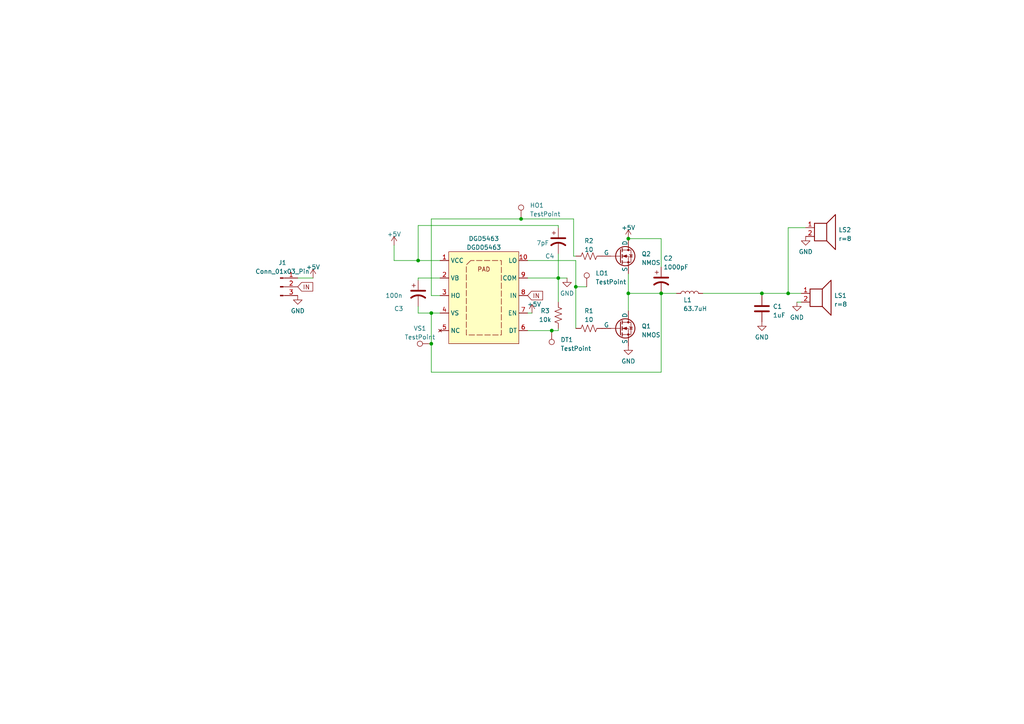
<source format=kicad_sch>
(kicad_sch
	(version 20231120)
	(generator "eeschema")
	(generator_version "8.0")
	(uuid "3eadd010-2f06-4749-802f-a83859f7a63e")
	(paper "A4")
	(lib_symbols
		(symbol "Connector:Conn_01x03_Pin"
			(pin_names
				(offset 1.016) hide)
			(exclude_from_sim no)
			(in_bom yes)
			(on_board yes)
			(property "Reference" "J"
				(at 0 5.08 0)
				(effects
					(font
						(size 1.27 1.27)
					)
				)
			)
			(property "Value" "Conn_01x03_Pin"
				(at 0 -5.08 0)
				(effects
					(font
						(size 1.27 1.27)
					)
				)
			)
			(property "Footprint" ""
				(at 0 0 0)
				(effects
					(font
						(size 1.27 1.27)
					)
					(hide yes)
				)
			)
			(property "Datasheet" "~"
				(at 0 0 0)
				(effects
					(font
						(size 1.27 1.27)
					)
					(hide yes)
				)
			)
			(property "Description" "Generic connector, single row, 01x03, script generated"
				(at 0 0 0)
				(effects
					(font
						(size 1.27 1.27)
					)
					(hide yes)
				)
			)
			(property "ki_locked" ""
				(at 0 0 0)
				(effects
					(font
						(size 1.27 1.27)
					)
				)
			)
			(property "ki_keywords" "connector"
				(at 0 0 0)
				(effects
					(font
						(size 1.27 1.27)
					)
					(hide yes)
				)
			)
			(property "ki_fp_filters" "Connector*:*_1x??_*"
				(at 0 0 0)
				(effects
					(font
						(size 1.27 1.27)
					)
					(hide yes)
				)
			)
			(symbol "Conn_01x03_Pin_1_1"
				(polyline
					(pts
						(xy 1.27 -2.54) (xy 0.8636 -2.54)
					)
					(stroke
						(width 0.1524)
						(type default)
					)
					(fill
						(type none)
					)
				)
				(polyline
					(pts
						(xy 1.27 0) (xy 0.8636 0)
					)
					(stroke
						(width 0.1524)
						(type default)
					)
					(fill
						(type none)
					)
				)
				(polyline
					(pts
						(xy 1.27 2.54) (xy 0.8636 2.54)
					)
					(stroke
						(width 0.1524)
						(type default)
					)
					(fill
						(type none)
					)
				)
				(rectangle
					(start 0.8636 -2.413)
					(end 0 -2.667)
					(stroke
						(width 0.1524)
						(type default)
					)
					(fill
						(type outline)
					)
				)
				(rectangle
					(start 0.8636 0.127)
					(end 0 -0.127)
					(stroke
						(width 0.1524)
						(type default)
					)
					(fill
						(type outline)
					)
				)
				(rectangle
					(start 0.8636 2.667)
					(end 0 2.413)
					(stroke
						(width 0.1524)
						(type default)
					)
					(fill
						(type outline)
					)
				)
				(pin passive line
					(at 5.08 2.54 180)
					(length 3.81)
					(name "Pin_1"
						(effects
							(font
								(size 1.27 1.27)
							)
						)
					)
					(number "1"
						(effects
							(font
								(size 1.27 1.27)
							)
						)
					)
				)
				(pin passive line
					(at 5.08 0 180)
					(length 3.81)
					(name "Pin_2"
						(effects
							(font
								(size 1.27 1.27)
							)
						)
					)
					(number "2"
						(effects
							(font
								(size 1.27 1.27)
							)
						)
					)
				)
				(pin passive line
					(at 5.08 -2.54 180)
					(length 3.81)
					(name "Pin_3"
						(effects
							(font
								(size 1.27 1.27)
							)
						)
					)
					(number "3"
						(effects
							(font
								(size 1.27 1.27)
							)
						)
					)
				)
			)
		)
		(symbol "Connector:TestPoint"
			(pin_numbers hide)
			(pin_names
				(offset 0.762) hide)
			(exclude_from_sim no)
			(in_bom yes)
			(on_board yes)
			(property "Reference" "TP"
				(at 0 6.858 0)
				(effects
					(font
						(size 1.27 1.27)
					)
				)
			)
			(property "Value" "TestPoint"
				(at 0 5.08 0)
				(effects
					(font
						(size 1.27 1.27)
					)
				)
			)
			(property "Footprint" ""
				(at 5.08 0 0)
				(effects
					(font
						(size 1.27 1.27)
					)
					(hide yes)
				)
			)
			(property "Datasheet" "~"
				(at 5.08 0 0)
				(effects
					(font
						(size 1.27 1.27)
					)
					(hide yes)
				)
			)
			(property "Description" "test point"
				(at 0 0 0)
				(effects
					(font
						(size 1.27 1.27)
					)
					(hide yes)
				)
			)
			(property "ki_keywords" "test point tp"
				(at 0 0 0)
				(effects
					(font
						(size 1.27 1.27)
					)
					(hide yes)
				)
			)
			(property "ki_fp_filters" "Pin* Test*"
				(at 0 0 0)
				(effects
					(font
						(size 1.27 1.27)
					)
					(hide yes)
				)
			)
			(symbol "TestPoint_0_1"
				(circle
					(center 0 3.302)
					(radius 0.762)
					(stroke
						(width 0)
						(type default)
					)
					(fill
						(type none)
					)
				)
			)
			(symbol "TestPoint_1_1"
				(pin passive line
					(at 0 0 90)
					(length 2.54)
					(name "1"
						(effects
							(font
								(size 1.27 1.27)
							)
						)
					)
					(number "1"
						(effects
							(font
								(size 1.27 1.27)
							)
						)
					)
				)
			)
		)
		(symbol "Device:C"
			(pin_numbers hide)
			(pin_names
				(offset 0.254)
			)
			(exclude_from_sim no)
			(in_bom yes)
			(on_board yes)
			(property "Reference" "C"
				(at 0.635 2.54 0)
				(effects
					(font
						(size 1.27 1.27)
					)
					(justify left)
				)
			)
			(property "Value" "C"
				(at 0.635 -2.54 0)
				(effects
					(font
						(size 1.27 1.27)
					)
					(justify left)
				)
			)
			(property "Footprint" ""
				(at 0.9652 -3.81 0)
				(effects
					(font
						(size 1.27 1.27)
					)
					(hide yes)
				)
			)
			(property "Datasheet" "~"
				(at 0 0 0)
				(effects
					(font
						(size 1.27 1.27)
					)
					(hide yes)
				)
			)
			(property "Description" "Unpolarized capacitor"
				(at 0 0 0)
				(effects
					(font
						(size 1.27 1.27)
					)
					(hide yes)
				)
			)
			(property "ki_keywords" "cap capacitor"
				(at 0 0 0)
				(effects
					(font
						(size 1.27 1.27)
					)
					(hide yes)
				)
			)
			(property "ki_fp_filters" "C_*"
				(at 0 0 0)
				(effects
					(font
						(size 1.27 1.27)
					)
					(hide yes)
				)
			)
			(symbol "C_0_1"
				(polyline
					(pts
						(xy -2.032 -0.762) (xy 2.032 -0.762)
					)
					(stroke
						(width 0.508)
						(type default)
					)
					(fill
						(type none)
					)
				)
				(polyline
					(pts
						(xy -2.032 0.762) (xy 2.032 0.762)
					)
					(stroke
						(width 0.508)
						(type default)
					)
					(fill
						(type none)
					)
				)
			)
			(symbol "C_1_1"
				(pin passive line
					(at 0 3.81 270)
					(length 2.794)
					(name "~"
						(effects
							(font
								(size 1.27 1.27)
							)
						)
					)
					(number "1"
						(effects
							(font
								(size 1.27 1.27)
							)
						)
					)
				)
				(pin passive line
					(at 0 -3.81 90)
					(length 2.794)
					(name "~"
						(effects
							(font
								(size 1.27 1.27)
							)
						)
					)
					(number "2"
						(effects
							(font
								(size 1.27 1.27)
							)
						)
					)
				)
			)
		)
		(symbol "Device:C_Polarized_US"
			(pin_numbers hide)
			(pin_names
				(offset 0.254) hide)
			(exclude_from_sim no)
			(in_bom yes)
			(on_board yes)
			(property "Reference" "C"
				(at 0.635 2.54 0)
				(effects
					(font
						(size 1.27 1.27)
					)
					(justify left)
				)
			)
			(property "Value" "C_Polarized_US"
				(at 0.635 -2.54 0)
				(effects
					(font
						(size 1.27 1.27)
					)
					(justify left)
				)
			)
			(property "Footprint" ""
				(at 0 0 0)
				(effects
					(font
						(size 1.27 1.27)
					)
					(hide yes)
				)
			)
			(property "Datasheet" "~"
				(at 0 0 0)
				(effects
					(font
						(size 1.27 1.27)
					)
					(hide yes)
				)
			)
			(property "Description" "Polarized capacitor, US symbol"
				(at 0 0 0)
				(effects
					(font
						(size 1.27 1.27)
					)
					(hide yes)
				)
			)
			(property "ki_keywords" "cap capacitor"
				(at 0 0 0)
				(effects
					(font
						(size 1.27 1.27)
					)
					(hide yes)
				)
			)
			(property "ki_fp_filters" "CP_*"
				(at 0 0 0)
				(effects
					(font
						(size 1.27 1.27)
					)
					(hide yes)
				)
			)
			(symbol "C_Polarized_US_0_1"
				(polyline
					(pts
						(xy -2.032 0.762) (xy 2.032 0.762)
					)
					(stroke
						(width 0.508)
						(type default)
					)
					(fill
						(type none)
					)
				)
				(polyline
					(pts
						(xy -1.778 2.286) (xy -0.762 2.286)
					)
					(stroke
						(width 0)
						(type default)
					)
					(fill
						(type none)
					)
				)
				(polyline
					(pts
						(xy -1.27 1.778) (xy -1.27 2.794)
					)
					(stroke
						(width 0)
						(type default)
					)
					(fill
						(type none)
					)
				)
				(arc
					(start 2.032 -1.27)
					(mid 0 -0.5572)
					(end -2.032 -1.27)
					(stroke
						(width 0.508)
						(type default)
					)
					(fill
						(type none)
					)
				)
			)
			(symbol "C_Polarized_US_1_1"
				(pin passive line
					(at 0 3.81 270)
					(length 2.794)
					(name "~"
						(effects
							(font
								(size 1.27 1.27)
							)
						)
					)
					(number "1"
						(effects
							(font
								(size 1.27 1.27)
							)
						)
					)
				)
				(pin passive line
					(at 0 -3.81 90)
					(length 3.302)
					(name "~"
						(effects
							(font
								(size 1.27 1.27)
							)
						)
					)
					(number "2"
						(effects
							(font
								(size 1.27 1.27)
							)
						)
					)
				)
			)
		)
		(symbol "Device:L"
			(pin_numbers hide)
			(pin_names
				(offset 1.016) hide)
			(exclude_from_sim no)
			(in_bom yes)
			(on_board yes)
			(property "Reference" "L"
				(at -1.27 0 90)
				(effects
					(font
						(size 1.27 1.27)
					)
				)
			)
			(property "Value" "L"
				(at 1.905 0 90)
				(effects
					(font
						(size 1.27 1.27)
					)
				)
			)
			(property "Footprint" ""
				(at 0 0 0)
				(effects
					(font
						(size 1.27 1.27)
					)
					(hide yes)
				)
			)
			(property "Datasheet" "~"
				(at 0 0 0)
				(effects
					(font
						(size 1.27 1.27)
					)
					(hide yes)
				)
			)
			(property "Description" "Inductor"
				(at 0 0 0)
				(effects
					(font
						(size 1.27 1.27)
					)
					(hide yes)
				)
			)
			(property "ki_keywords" "inductor choke coil reactor magnetic"
				(at 0 0 0)
				(effects
					(font
						(size 1.27 1.27)
					)
					(hide yes)
				)
			)
			(property "ki_fp_filters" "Choke_* *Coil* Inductor_* L_*"
				(at 0 0 0)
				(effects
					(font
						(size 1.27 1.27)
					)
					(hide yes)
				)
			)
			(symbol "L_0_1"
				(arc
					(start 0 -2.54)
					(mid 0.6323 -1.905)
					(end 0 -1.27)
					(stroke
						(width 0)
						(type default)
					)
					(fill
						(type none)
					)
				)
				(arc
					(start 0 -1.27)
					(mid 0.6323 -0.635)
					(end 0 0)
					(stroke
						(width 0)
						(type default)
					)
					(fill
						(type none)
					)
				)
				(arc
					(start 0 0)
					(mid 0.6323 0.635)
					(end 0 1.27)
					(stroke
						(width 0)
						(type default)
					)
					(fill
						(type none)
					)
				)
				(arc
					(start 0 1.27)
					(mid 0.6323 1.905)
					(end 0 2.54)
					(stroke
						(width 0)
						(type default)
					)
					(fill
						(type none)
					)
				)
			)
			(symbol "L_1_1"
				(pin passive line
					(at 0 3.81 270)
					(length 1.27)
					(name "1"
						(effects
							(font
								(size 1.27 1.27)
							)
						)
					)
					(number "1"
						(effects
							(font
								(size 1.27 1.27)
							)
						)
					)
				)
				(pin passive line
					(at 0 -3.81 90)
					(length 1.27)
					(name "2"
						(effects
							(font
								(size 1.27 1.27)
							)
						)
					)
					(number "2"
						(effects
							(font
								(size 1.27 1.27)
							)
						)
					)
				)
			)
		)
		(symbol "Device:R_US"
			(pin_numbers hide)
			(pin_names
				(offset 0)
			)
			(exclude_from_sim no)
			(in_bom yes)
			(on_board yes)
			(property "Reference" "R"
				(at 2.54 0 90)
				(effects
					(font
						(size 1.27 1.27)
					)
				)
			)
			(property "Value" "R_US"
				(at -2.54 0 90)
				(effects
					(font
						(size 1.27 1.27)
					)
				)
			)
			(property "Footprint" ""
				(at 1.016 -0.254 90)
				(effects
					(font
						(size 1.27 1.27)
					)
					(hide yes)
				)
			)
			(property "Datasheet" "~"
				(at 0 0 0)
				(effects
					(font
						(size 1.27 1.27)
					)
					(hide yes)
				)
			)
			(property "Description" "Resistor, US symbol"
				(at 0 0 0)
				(effects
					(font
						(size 1.27 1.27)
					)
					(hide yes)
				)
			)
			(property "ki_keywords" "R res resistor"
				(at 0 0 0)
				(effects
					(font
						(size 1.27 1.27)
					)
					(hide yes)
				)
			)
			(property "ki_fp_filters" "R_*"
				(at 0 0 0)
				(effects
					(font
						(size 1.27 1.27)
					)
					(hide yes)
				)
			)
			(symbol "R_US_0_1"
				(polyline
					(pts
						(xy 0 -2.286) (xy 0 -2.54)
					)
					(stroke
						(width 0)
						(type default)
					)
					(fill
						(type none)
					)
				)
				(polyline
					(pts
						(xy 0 2.286) (xy 0 2.54)
					)
					(stroke
						(width 0)
						(type default)
					)
					(fill
						(type none)
					)
				)
				(polyline
					(pts
						(xy 0 -0.762) (xy 1.016 -1.143) (xy 0 -1.524) (xy -1.016 -1.905) (xy 0 -2.286)
					)
					(stroke
						(width 0)
						(type default)
					)
					(fill
						(type none)
					)
				)
				(polyline
					(pts
						(xy 0 0.762) (xy 1.016 0.381) (xy 0 0) (xy -1.016 -0.381) (xy 0 -0.762)
					)
					(stroke
						(width 0)
						(type default)
					)
					(fill
						(type none)
					)
				)
				(polyline
					(pts
						(xy 0 2.286) (xy 1.016 1.905) (xy 0 1.524) (xy -1.016 1.143) (xy 0 0.762)
					)
					(stroke
						(width 0)
						(type default)
					)
					(fill
						(type none)
					)
				)
			)
			(symbol "R_US_1_1"
				(pin passive line
					(at 0 3.81 270)
					(length 1.27)
					(name "~"
						(effects
							(font
								(size 1.27 1.27)
							)
						)
					)
					(number "1"
						(effects
							(font
								(size 1.27 1.27)
							)
						)
					)
				)
				(pin passive line
					(at 0 -3.81 90)
					(length 1.27)
					(name "~"
						(effects
							(font
								(size 1.27 1.27)
							)
						)
					)
					(number "2"
						(effects
							(font
								(size 1.27 1.27)
							)
						)
					)
				)
			)
		)
		(symbol "Device:Speaker"
			(pin_names
				(offset 0) hide)
			(exclude_from_sim no)
			(in_bom yes)
			(on_board yes)
			(property "Reference" "LS"
				(at 1.27 5.715 0)
				(effects
					(font
						(size 1.27 1.27)
					)
					(justify right)
				)
			)
			(property "Value" "Speaker"
				(at 1.27 3.81 0)
				(effects
					(font
						(size 1.27 1.27)
					)
					(justify right)
				)
			)
			(property "Footprint" ""
				(at 0 -5.08 0)
				(effects
					(font
						(size 1.27 1.27)
					)
					(hide yes)
				)
			)
			(property "Datasheet" "~"
				(at -0.254 -1.27 0)
				(effects
					(font
						(size 1.27 1.27)
					)
					(hide yes)
				)
			)
			(property "Description" "Speaker"
				(at 0 0 0)
				(effects
					(font
						(size 1.27 1.27)
					)
					(hide yes)
				)
			)
			(property "ki_keywords" "speaker sound"
				(at 0 0 0)
				(effects
					(font
						(size 1.27 1.27)
					)
					(hide yes)
				)
			)
			(symbol "Speaker_0_0"
				(rectangle
					(start -2.54 1.27)
					(end 1.016 -3.81)
					(stroke
						(width 0.254)
						(type default)
					)
					(fill
						(type none)
					)
				)
				(polyline
					(pts
						(xy 1.016 1.27) (xy 3.556 3.81) (xy 3.556 -6.35) (xy 1.016 -3.81)
					)
					(stroke
						(width 0.254)
						(type default)
					)
					(fill
						(type none)
					)
				)
			)
			(symbol "Speaker_1_1"
				(pin input line
					(at -5.08 0 0)
					(length 2.54)
					(name "1"
						(effects
							(font
								(size 1.27 1.27)
							)
						)
					)
					(number "1"
						(effects
							(font
								(size 1.27 1.27)
							)
						)
					)
				)
				(pin input line
					(at -5.08 -2.54 0)
					(length 2.54)
					(name "2"
						(effects
							(font
								(size 1.27 1.27)
							)
						)
					)
					(number "2"
						(effects
							(font
								(size 1.27 1.27)
							)
						)
					)
				)
			)
		)
		(symbol "Driver_FET:DGD05463"
			(exclude_from_sim no)
			(in_bom yes)
			(on_board yes)
			(property "Reference" "DGD05463"
				(at 0 17.78 0)
				(effects
					(font
						(size 1.27 1.27)
					)
				)
			)
			(property "Value" "DGD05463"
				(at 0 15.24 0)
				(effects
					(font
						(size 1.27 1.27)
					)
				)
			)
			(property "Footprint" ""
				(at 0 0 0)
				(effects
					(font
						(size 1.27 1.27)
					)
					(hide yes)
				)
			)
			(property "Datasheet" ""
				(at 0 0 0)
				(effects
					(font
						(size 1.27 1.27)
					)
					(hide yes)
				)
			)
			(property "Description" ""
				(at 0 0 0)
				(effects
					(font
						(size 1.27 1.27)
					)
					(hide yes)
				)
			)
			(symbol "DGD05463_0_1"
				(rectangle
					(start -10.16 13.97)
					(end 10.16 -12.7)
					(stroke
						(width 0)
						(type default)
					)
					(fill
						(type background)
					)
				)
				(polyline
					(pts
						(xy -3.81 11.43) (xy -5.08 10.16) (xy -5.08 -10.16) (xy 5.08 -10.16) (xy 5.08 11.43) (xy -3.81 11.43)
					)
					(stroke
						(width 0)
						(type dash)
					)
					(fill
						(type none)
					)
				)
				(text "PAD"
					(at 0 8.89 0)
					(effects
						(font
							(size 1.27 1.27)
						)
					)
				)
			)
			(symbol "DGD05463_1_1"
				(pin input line
					(at -12.7 11.43 0)
					(length 2.54)
					(name "VCC"
						(effects
							(font
								(size 1.27 1.27)
							)
						)
					)
					(number "1"
						(effects
							(font
								(size 1.27 1.27)
							)
						)
					)
				)
				(pin input line
					(at 12.7 11.43 180)
					(length 2.54)
					(name "LO"
						(effects
							(font
								(size 1.27 1.27)
							)
						)
					)
					(number "10"
						(effects
							(font
								(size 1.27 1.27)
							)
						)
					)
				)
				(pin input line
					(at -12.7 6.35 0)
					(length 2.54)
					(name "VB"
						(effects
							(font
								(size 1.27 1.27)
							)
						)
					)
					(number "2"
						(effects
							(font
								(size 1.27 1.27)
							)
						)
					)
				)
				(pin input line
					(at -12.7 1.27 0)
					(length 2.54)
					(name "HO"
						(effects
							(font
								(size 1.27 1.27)
							)
						)
					)
					(number "3"
						(effects
							(font
								(size 1.27 1.27)
							)
						)
					)
				)
				(pin input line
					(at -12.7 -3.81 0)
					(length 2.54)
					(name "VS"
						(effects
							(font
								(size 1.27 1.27)
							)
						)
					)
					(number "4"
						(effects
							(font
								(size 1.27 1.27)
							)
						)
					)
				)
				(pin no_connect line
					(at -12.7 -8.89 0)
					(length 2.54)
					(name "NC"
						(effects
							(font
								(size 1.27 1.27)
							)
						)
					)
					(number "5"
						(effects
							(font
								(size 1.27 1.27)
							)
						)
					)
				)
				(pin input line
					(at 12.7 -8.89 180)
					(length 2.54)
					(name "DT"
						(effects
							(font
								(size 1.27 1.27)
							)
						)
					)
					(number "6"
						(effects
							(font
								(size 1.27 1.27)
							)
						)
					)
				)
				(pin input line
					(at 12.7 -3.81 180)
					(length 2.54)
					(name "EN"
						(effects
							(font
								(size 1.27 1.27)
							)
						)
					)
					(number "7"
						(effects
							(font
								(size 1.27 1.27)
							)
						)
					)
				)
				(pin input line
					(at 12.7 1.27 180)
					(length 2.54)
					(name "IN"
						(effects
							(font
								(size 1.27 1.27)
							)
						)
					)
					(number "8"
						(effects
							(font
								(size 1.27 1.27)
							)
						)
					)
				)
				(pin input line
					(at 12.7 6.35 180)
					(length 2.54)
					(name "COM"
						(effects
							(font
								(size 1.27 1.27)
							)
						)
					)
					(number "9"
						(effects
							(font
								(size 1.27 1.27)
							)
						)
					)
				)
			)
		)
		(symbol "Simulation_SPICE:NMOS"
			(pin_numbers hide)
			(pin_names
				(offset 0)
			)
			(exclude_from_sim no)
			(in_bom yes)
			(on_board yes)
			(property "Reference" "Q"
				(at 5.08 1.27 0)
				(effects
					(font
						(size 1.27 1.27)
					)
					(justify left)
				)
			)
			(property "Value" "NMOS"
				(at 5.08 -1.27 0)
				(effects
					(font
						(size 1.27 1.27)
					)
					(justify left)
				)
			)
			(property "Footprint" ""
				(at 5.08 2.54 0)
				(effects
					(font
						(size 1.27 1.27)
					)
					(hide yes)
				)
			)
			(property "Datasheet" "https://ngspice.sourceforge.io/docs/ngspice-manual.pdf"
				(at 0 -12.7 0)
				(effects
					(font
						(size 1.27 1.27)
					)
					(hide yes)
				)
			)
			(property "Description" "N-MOSFET transistor, drain/source/gate"
				(at 0 0 0)
				(effects
					(font
						(size 1.27 1.27)
					)
					(hide yes)
				)
			)
			(property "Sim.Device" "NMOS"
				(at 0 -17.145 0)
				(effects
					(font
						(size 1.27 1.27)
					)
					(hide yes)
				)
			)
			(property "Sim.Type" "VDMOS"
				(at 0 -19.05 0)
				(effects
					(font
						(size 1.27 1.27)
					)
					(hide yes)
				)
			)
			(property "Sim.Pins" "1=D 2=G 3=S"
				(at 0 -15.24 0)
				(effects
					(font
						(size 1.27 1.27)
					)
					(hide yes)
				)
			)
			(property "ki_keywords" "transistor NMOS N-MOS N-MOSFET simulation"
				(at 0 0 0)
				(effects
					(font
						(size 1.27 1.27)
					)
					(hide yes)
				)
			)
			(symbol "NMOS_0_1"
				(polyline
					(pts
						(xy 0.254 0) (xy -2.54 0)
					)
					(stroke
						(width 0)
						(type default)
					)
					(fill
						(type none)
					)
				)
				(polyline
					(pts
						(xy 0.254 1.905) (xy 0.254 -1.905)
					)
					(stroke
						(width 0.254)
						(type default)
					)
					(fill
						(type none)
					)
				)
				(polyline
					(pts
						(xy 0.762 -1.27) (xy 0.762 -2.286)
					)
					(stroke
						(width 0.254)
						(type default)
					)
					(fill
						(type none)
					)
				)
				(polyline
					(pts
						(xy 0.762 0.508) (xy 0.762 -0.508)
					)
					(stroke
						(width 0.254)
						(type default)
					)
					(fill
						(type none)
					)
				)
				(polyline
					(pts
						(xy 0.762 2.286) (xy 0.762 1.27)
					)
					(stroke
						(width 0.254)
						(type default)
					)
					(fill
						(type none)
					)
				)
				(polyline
					(pts
						(xy 2.54 2.54) (xy 2.54 1.778)
					)
					(stroke
						(width 0)
						(type default)
					)
					(fill
						(type none)
					)
				)
				(polyline
					(pts
						(xy 2.54 -2.54) (xy 2.54 0) (xy 0.762 0)
					)
					(stroke
						(width 0)
						(type default)
					)
					(fill
						(type none)
					)
				)
				(polyline
					(pts
						(xy 0.762 -1.778) (xy 3.302 -1.778) (xy 3.302 1.778) (xy 0.762 1.778)
					)
					(stroke
						(width 0)
						(type default)
					)
					(fill
						(type none)
					)
				)
				(polyline
					(pts
						(xy 1.016 0) (xy 2.032 0.381) (xy 2.032 -0.381) (xy 1.016 0)
					)
					(stroke
						(width 0)
						(type default)
					)
					(fill
						(type outline)
					)
				)
				(polyline
					(pts
						(xy 2.794 0.508) (xy 2.921 0.381) (xy 3.683 0.381) (xy 3.81 0.254)
					)
					(stroke
						(width 0)
						(type default)
					)
					(fill
						(type none)
					)
				)
				(polyline
					(pts
						(xy 3.302 0.381) (xy 2.921 -0.254) (xy 3.683 -0.254) (xy 3.302 0.381)
					)
					(stroke
						(width 0)
						(type default)
					)
					(fill
						(type none)
					)
				)
				(circle
					(center 1.651 0)
					(radius 2.794)
					(stroke
						(width 0.254)
						(type default)
					)
					(fill
						(type none)
					)
				)
				(circle
					(center 2.54 -1.778)
					(radius 0.254)
					(stroke
						(width 0)
						(type default)
					)
					(fill
						(type outline)
					)
				)
				(circle
					(center 2.54 1.778)
					(radius 0.254)
					(stroke
						(width 0)
						(type default)
					)
					(fill
						(type outline)
					)
				)
			)
			(symbol "NMOS_1_1"
				(pin passive line
					(at 2.54 5.08 270)
					(length 2.54)
					(name "D"
						(effects
							(font
								(size 1.27 1.27)
							)
						)
					)
					(number "1"
						(effects
							(font
								(size 1.27 1.27)
							)
						)
					)
				)
				(pin input line
					(at -5.08 0 0)
					(length 2.54)
					(name "G"
						(effects
							(font
								(size 1.27 1.27)
							)
						)
					)
					(number "2"
						(effects
							(font
								(size 1.27 1.27)
							)
						)
					)
				)
				(pin passive line
					(at 2.54 -5.08 90)
					(length 2.54)
					(name "S"
						(effects
							(font
								(size 1.27 1.27)
							)
						)
					)
					(number "3"
						(effects
							(font
								(size 1.27 1.27)
							)
						)
					)
				)
			)
		)
		(symbol "power:+5V"
			(power)
			(pin_names
				(offset 0)
			)
			(exclude_from_sim no)
			(in_bom yes)
			(on_board yes)
			(property "Reference" "#PWR"
				(at 0 -3.81 0)
				(effects
					(font
						(size 1.27 1.27)
					)
					(hide yes)
				)
			)
			(property "Value" "+5V"
				(at 0 3.556 0)
				(effects
					(font
						(size 1.27 1.27)
					)
				)
			)
			(property "Footprint" ""
				(at 0 0 0)
				(effects
					(font
						(size 1.27 1.27)
					)
					(hide yes)
				)
			)
			(property "Datasheet" ""
				(at 0 0 0)
				(effects
					(font
						(size 1.27 1.27)
					)
					(hide yes)
				)
			)
			(property "Description" "Power symbol creates a global label with name \"+5V\""
				(at 0 0 0)
				(effects
					(font
						(size 1.27 1.27)
					)
					(hide yes)
				)
			)
			(property "ki_keywords" "global power"
				(at 0 0 0)
				(effects
					(font
						(size 1.27 1.27)
					)
					(hide yes)
				)
			)
			(symbol "+5V_0_1"
				(polyline
					(pts
						(xy -0.762 1.27) (xy 0 2.54)
					)
					(stroke
						(width 0)
						(type default)
					)
					(fill
						(type none)
					)
				)
				(polyline
					(pts
						(xy 0 0) (xy 0 2.54)
					)
					(stroke
						(width 0)
						(type default)
					)
					(fill
						(type none)
					)
				)
				(polyline
					(pts
						(xy 0 2.54) (xy 0.762 1.27)
					)
					(stroke
						(width 0)
						(type default)
					)
					(fill
						(type none)
					)
				)
			)
			(symbol "+5V_1_1"
				(pin power_in line
					(at 0 0 90)
					(length 0) hide
					(name "+5V"
						(effects
							(font
								(size 1.27 1.27)
							)
						)
					)
					(number "1"
						(effects
							(font
								(size 1.27 1.27)
							)
						)
					)
				)
			)
		)
		(symbol "power:GND"
			(power)
			(pin_names
				(offset 0)
			)
			(exclude_from_sim no)
			(in_bom yes)
			(on_board yes)
			(property "Reference" "#PWR"
				(at 0 -6.35 0)
				(effects
					(font
						(size 1.27 1.27)
					)
					(hide yes)
				)
			)
			(property "Value" "GND"
				(at 0 -3.81 0)
				(effects
					(font
						(size 1.27 1.27)
					)
				)
			)
			(property "Footprint" ""
				(at 0 0 0)
				(effects
					(font
						(size 1.27 1.27)
					)
					(hide yes)
				)
			)
			(property "Datasheet" ""
				(at 0 0 0)
				(effects
					(font
						(size 1.27 1.27)
					)
					(hide yes)
				)
			)
			(property "Description" "Power symbol creates a global label with name \"GND\" , ground"
				(at 0 0 0)
				(effects
					(font
						(size 1.27 1.27)
					)
					(hide yes)
				)
			)
			(property "ki_keywords" "global power"
				(at 0 0 0)
				(effects
					(font
						(size 1.27 1.27)
					)
					(hide yes)
				)
			)
			(symbol "GND_0_1"
				(polyline
					(pts
						(xy 0 0) (xy 0 -1.27) (xy 1.27 -1.27) (xy 0 -2.54) (xy -1.27 -1.27) (xy 0 -1.27)
					)
					(stroke
						(width 0)
						(type default)
					)
					(fill
						(type none)
					)
				)
			)
			(symbol "GND_1_1"
				(pin power_in line
					(at 0 0 270)
					(length 0) hide
					(name "GND"
						(effects
							(font
								(size 1.27 1.27)
							)
						)
					)
					(number "1"
						(effects
							(font
								(size 1.27 1.27)
							)
						)
					)
				)
			)
		)
	)
	(junction
		(at 167.005 83.185)
		(diameter 0)
		(color 0 0 0 0)
		(uuid "12770f39-2eff-4258-85c1-67fcc4fc2773")
	)
	(junction
		(at 125.095 90.805)
		(diameter 0)
		(color 0 0 0 0)
		(uuid "39e12384-fd87-4ca3-9c6f-7db31195ba1a")
	)
	(junction
		(at 182.245 69.215)
		(diameter 0)
		(color 0 0 0 0)
		(uuid "44eefad5-6581-4ebc-a39b-cc377d5f95d2")
	)
	(junction
		(at 220.98 85.09)
		(diameter 0)
		(color 0 0 0 0)
		(uuid "47bfa4b6-82af-47ed-a682-2aa619a781d2")
	)
	(junction
		(at 182.245 85.09)
		(diameter 0)
		(color 0 0 0 0)
		(uuid "56ae2568-bc94-4961-9086-19a2d7f4c5a0")
	)
	(junction
		(at 160.02 95.885)
		(diameter 0)
		(color 0 0 0 0)
		(uuid "5b46840a-5bf8-4d51-ab4a-fd40f50ed4fd")
	)
	(junction
		(at 161.925 80.645)
		(diameter 0)
		(color 0 0 0 0)
		(uuid "5d6447d1-ccdb-4245-9bcf-4a35512cbb1b")
	)
	(junction
		(at 191.77 85.09)
		(diameter 0)
		(color 0 0 0 0)
		(uuid "83227df1-e61c-4879-8f31-3558b3b2fe6a")
	)
	(junction
		(at 125.095 99.695)
		(diameter 0)
		(color 0 0 0 0)
		(uuid "88e40950-0784-4982-a879-9da7ed906931")
	)
	(junction
		(at 151.13 63.5)
		(diameter 0)
		(color 0 0 0 0)
		(uuid "98f13dd6-2c1b-499f-9462-9cd5001519d8")
	)
	(junction
		(at 121.285 75.565)
		(diameter 0)
		(color 0 0 0 0)
		(uuid "ac373d50-ff9b-4eec-9110-9aa133b50ce8")
	)
	(junction
		(at 228.6 85.09)
		(diameter 0)
		(color 0 0 0 0)
		(uuid "e7275a8e-a9e3-414f-b936-792545b15ae4")
	)
	(wire
		(pts
			(xy 125.095 63.5) (xy 151.13 63.5)
		)
		(stroke
			(width 0)
			(type default)
		)
		(uuid "04d3d1b1-6909-43a9-8185-61f2ca69f866")
	)
	(wire
		(pts
			(xy 220.98 85.09) (xy 228.6 85.09)
		)
		(stroke
			(width 0)
			(type default)
		)
		(uuid "1b25c8b2-9c75-478e-8414-bf8e3e71de6c")
	)
	(wire
		(pts
			(xy 196.215 85.09) (xy 191.77 85.09)
		)
		(stroke
			(width 0)
			(type default)
		)
		(uuid "20f8858e-78b5-4364-80ec-265f883e1d85")
	)
	(wire
		(pts
			(xy 166.37 63.5) (xy 166.37 74.295)
		)
		(stroke
			(width 0)
			(type default)
		)
		(uuid "219a47f3-778f-4fdc-a8bc-ab38c4b14037")
	)
	(wire
		(pts
			(xy 228.6 85.09) (xy 232.41 85.09)
		)
		(stroke
			(width 0)
			(type default)
		)
		(uuid "23270679-3d6b-4eef-97db-dac0bc8dd4a6")
	)
	(wire
		(pts
			(xy 127.635 80.645) (xy 121.285 80.645)
		)
		(stroke
			(width 0)
			(type default)
		)
		(uuid "23e78073-08ef-45c2-8b66-fb394ed9112c")
	)
	(wire
		(pts
			(xy 153.035 80.645) (xy 161.925 80.645)
		)
		(stroke
			(width 0)
			(type default)
		)
		(uuid "260a5fa5-72fa-4585-9b4d-519d7d9379ab")
	)
	(wire
		(pts
			(xy 90.805 80.645) (xy 86.36 80.645)
		)
		(stroke
			(width 0)
			(type default)
		)
		(uuid "28d6a47b-43ad-4d07-962c-677a42f4a066")
	)
	(wire
		(pts
			(xy 166.37 74.295) (xy 167.005 74.295)
		)
		(stroke
			(width 0)
			(type default)
		)
		(uuid "292ce004-f416-4a00-9306-c83dfa844eb6")
	)
	(wire
		(pts
			(xy 191.77 107.95) (xy 191.77 85.09)
		)
		(stroke
			(width 0)
			(type default)
		)
		(uuid "30c43479-6757-49c4-b278-453ba111fed0")
	)
	(wire
		(pts
			(xy 228.6 66.04) (xy 228.6 85.09)
		)
		(stroke
			(width 0)
			(type default)
		)
		(uuid "4033a7ae-55ae-4723-af85-0ddd68facda4")
	)
	(wire
		(pts
			(xy 121.285 75.565) (xy 127.635 75.565)
		)
		(stroke
			(width 0)
			(type default)
		)
		(uuid "44501fdf-ad9a-4c26-a246-c427a9fbec46")
	)
	(wire
		(pts
			(xy 191.77 85.09) (xy 182.245 85.09)
		)
		(stroke
			(width 0)
			(type default)
		)
		(uuid "53eaff31-4820-4a87-8997-61dc066ac744")
	)
	(wire
		(pts
			(xy 167.005 75.565) (xy 167.005 83.185)
		)
		(stroke
			(width 0)
			(type default)
		)
		(uuid "60b57dfb-c726-429f-b4e9-7b691a120ddd")
	)
	(wire
		(pts
			(xy 114.3 75.565) (xy 121.285 75.565)
		)
		(stroke
			(width 0)
			(type default)
		)
		(uuid "61298860-784b-4596-9093-be9c40409e6f")
	)
	(wire
		(pts
			(xy 161.925 73.66) (xy 161.925 80.645)
		)
		(stroke
			(width 0)
			(type default)
		)
		(uuid "62a1a515-312c-4e95-8682-173f27919e5f")
	)
	(wire
		(pts
			(xy 182.245 79.375) (xy 182.245 85.09)
		)
		(stroke
			(width 0)
			(type default)
		)
		(uuid "657e5487-4713-4c26-9779-0c1796b67bfa")
	)
	(wire
		(pts
			(xy 160.02 95.885) (xy 161.925 95.885)
		)
		(stroke
			(width 0)
			(type default)
		)
		(uuid "6f5fc42a-a4ff-412e-b46b-fc59885e738c")
	)
	(wire
		(pts
			(xy 182.245 85.09) (xy 182.245 90.17)
		)
		(stroke
			(width 0)
			(type default)
		)
		(uuid "6f874757-849c-47f4-b90a-cceeb5a41b01")
	)
	(wire
		(pts
			(xy 231.14 87.63) (xy 232.41 87.63)
		)
		(stroke
			(width 0)
			(type default)
		)
		(uuid "7593685c-e8b9-4768-8b4b-f8da8ad91098")
	)
	(wire
		(pts
			(xy 125.095 90.805) (xy 125.095 99.695)
		)
		(stroke
			(width 0)
			(type default)
		)
		(uuid "7a048495-febe-481f-9c51-caa9e1eefe2c")
	)
	(wire
		(pts
			(xy 127.635 85.725) (xy 125.095 85.725)
		)
		(stroke
			(width 0)
			(type default)
		)
		(uuid "92c76568-e99f-4b02-85bf-c21d94875ac3")
	)
	(wire
		(pts
			(xy 203.835 85.09) (xy 220.98 85.09)
		)
		(stroke
			(width 0)
			(type default)
		)
		(uuid "9505ac17-e18d-40eb-9f16-5c5ee3a9775c")
	)
	(wire
		(pts
			(xy 121.285 80.645) (xy 121.285 81.28)
		)
		(stroke
			(width 0)
			(type default)
		)
		(uuid "95fc5301-1e44-4ac2-a437-e056f26d0090")
	)
	(wire
		(pts
			(xy 191.77 69.215) (xy 182.245 69.215)
		)
		(stroke
			(width 0)
			(type default)
		)
		(uuid "9691c382-40b2-4d6e-a92c-8d6db9d88947")
	)
	(wire
		(pts
			(xy 161.925 65.405) (xy 121.285 65.405)
		)
		(stroke
			(width 0)
			(type default)
		)
		(uuid "96d6f889-aa93-439b-bd73-02a2878746bd")
	)
	(wire
		(pts
			(xy 233.68 66.04) (xy 228.6 66.04)
		)
		(stroke
			(width 0)
			(type default)
		)
		(uuid "a0ef6432-6406-428b-a753-254d70a5ee6a")
	)
	(wire
		(pts
			(xy 121.285 88.9) (xy 121.285 90.805)
		)
		(stroke
			(width 0)
			(type default)
		)
		(uuid "a68087fd-c59f-4198-9c7b-3b47ce52f67a")
	)
	(wire
		(pts
			(xy 161.925 95.885) (xy 161.925 95.25)
		)
		(stroke
			(width 0)
			(type default)
		)
		(uuid "a9be3be7-f1b1-49d2-87dc-e5f22a256796")
	)
	(wire
		(pts
			(xy 170.18 83.185) (xy 167.005 83.185)
		)
		(stroke
			(width 0)
			(type default)
		)
		(uuid "b0fd61a1-8001-47f9-82d0-f084e14b2fda")
	)
	(wire
		(pts
			(xy 164.465 80.645) (xy 161.925 80.645)
		)
		(stroke
			(width 0)
			(type default)
		)
		(uuid "b1d102a3-0a9e-4037-ab7f-6ec483d2359e")
	)
	(wire
		(pts
			(xy 220.98 85.725) (xy 220.98 85.09)
		)
		(stroke
			(width 0)
			(type default)
		)
		(uuid "b44c75fc-41e0-47e6-9727-9cebd00be4c2")
	)
	(wire
		(pts
			(xy 154.305 90.805) (xy 153.035 90.805)
		)
		(stroke
			(width 0)
			(type default)
		)
		(uuid "b5fc7180-b234-45ec-824e-650ce3bbd93e")
	)
	(wire
		(pts
			(xy 125.095 107.95) (xy 191.77 107.95)
		)
		(stroke
			(width 0)
			(type default)
		)
		(uuid "b9b1baff-1d84-4906-b92f-0848593f8032")
	)
	(wire
		(pts
			(xy 121.285 90.805) (xy 125.095 90.805)
		)
		(stroke
			(width 0)
			(type default)
		)
		(uuid "bcf47308-b9f5-461b-9eaa-7d915eda3532")
	)
	(wire
		(pts
			(xy 125.095 85.725) (xy 125.095 63.5)
		)
		(stroke
			(width 0)
			(type default)
		)
		(uuid "c0776643-0ce8-44f2-a698-86a72d02e33f")
	)
	(wire
		(pts
			(xy 151.13 63.5) (xy 166.37 63.5)
		)
		(stroke
			(width 0)
			(type default)
		)
		(uuid "c3317e4e-5abb-4b0e-aa62-56c66a95373a")
	)
	(wire
		(pts
			(xy 153.035 95.885) (xy 160.02 95.885)
		)
		(stroke
			(width 0)
			(type default)
		)
		(uuid "c6adb6b5-7af6-46a9-8988-37c8420c5171")
	)
	(wire
		(pts
			(xy 125.095 99.695) (xy 125.095 107.95)
		)
		(stroke
			(width 0)
			(type default)
		)
		(uuid "cb2c14ad-1fe7-4a9f-9b1b-4f002df7daca")
	)
	(wire
		(pts
			(xy 127.635 90.805) (xy 125.095 90.805)
		)
		(stroke
			(width 0)
			(type default)
		)
		(uuid "d053a68e-4ae1-4303-a980-43118f791faa")
	)
	(wire
		(pts
			(xy 121.285 65.405) (xy 121.285 75.565)
		)
		(stroke
			(width 0)
			(type default)
		)
		(uuid "d0b08d27-8759-4a2b-abb5-1951b17adf4a")
	)
	(wire
		(pts
			(xy 191.77 77.47) (xy 191.77 69.215)
		)
		(stroke
			(width 0)
			(type default)
		)
		(uuid "d6065759-180d-427e-a185-8d3116475740")
	)
	(wire
		(pts
			(xy 161.925 80.645) (xy 161.925 87.63)
		)
		(stroke
			(width 0)
			(type default)
		)
		(uuid "db5ed80b-e22d-467d-b630-4521b5b97baa")
	)
	(wire
		(pts
			(xy 161.925 66.04) (xy 161.925 65.405)
		)
		(stroke
			(width 0)
			(type default)
		)
		(uuid "e95c4a75-7055-49ab-b5f2-d2af22e81681")
	)
	(wire
		(pts
			(xy 114.3 71.12) (xy 114.3 75.565)
		)
		(stroke
			(width 0)
			(type default)
		)
		(uuid "f2e5b9f5-dfab-40b3-b38e-e31e5df55086")
	)
	(wire
		(pts
			(xy 167.005 83.185) (xy 167.005 95.25)
		)
		(stroke
			(width 0)
			(type default)
		)
		(uuid "f4c4d3db-a43e-4eb2-aaf2-0ac9821a2e7f")
	)
	(wire
		(pts
			(xy 153.035 75.565) (xy 167.005 75.565)
		)
		(stroke
			(width 0)
			(type default)
		)
		(uuid "f5ca833a-1e34-4985-ab16-5c633152af4c")
	)
	(global_label "IN"
		(shape input)
		(at 86.36 83.185 0)
		(fields_autoplaced yes)
		(effects
			(font
				(size 1.27 1.27)
			)
			(justify left)
		)
		(uuid "2fbfb0ae-f187-48ef-a9f4-284a2882b365")
		(property "Intersheetrefs" "${INTERSHEET_REFS}"
			(at 91.2011 83.185 0)
			(effects
				(font
					(size 1.27 1.27)
				)
				(justify left)
				(hide yes)
			)
		)
	)
	(global_label "IN"
		(shape input)
		(at 153.035 85.725 0)
		(fields_autoplaced yes)
		(effects
			(font
				(size 1.27 1.27)
			)
			(justify left)
		)
		(uuid "548c274b-71e7-4a52-942d-712e9a84b202")
		(property "Intersheetrefs" "${INTERSHEET_REFS}"
			(at 157.8761 85.725 0)
			(effects
				(font
					(size 1.27 1.27)
				)
				(justify left)
				(hide yes)
			)
		)
	)
	(symbol
		(lib_id "Driver_FET:DGD05463")
		(at 140.335 86.995 0)
		(unit 1)
		(exclude_from_sim no)
		(in_bom yes)
		(on_board yes)
		(dnp no)
		(fields_autoplaced yes)
		(uuid "0973858e-bb4b-4d44-aae6-396a7a55a35e")
		(property "Reference" "DGD5463"
			(at 140.335 69.215 0)
			(effects
				(font
					(size 1.27 1.27)
				)
			)
		)
		(property "Value" "DGD05463"
			(at 140.335 71.755 0)
			(effects
				(font
					(size 1.27 1.27)
				)
			)
		)
		(property "Footprint" "Package_DFN_QFN:WDFN-10-1EP_3x3mm_P0.5mm_EP1.8x2.5mm"
			(at 140.335 86.995 0)
			(effects
				(font
					(size 1.27 1.27)
				)
				(hide yes)
			)
		)
		(property "Datasheet" ""
			(at 140.335 86.995 0)
			(effects
				(font
					(size 1.27 1.27)
				)
				(hide yes)
			)
		)
		(property "Description" ""
			(at 140.335 86.995 0)
			(effects
				(font
					(size 1.27 1.27)
				)
				(hide yes)
			)
		)
		(property "Sim.Library" "DGD05473.spice.lib"
			(at 140.335 86.995 0)
			(effects
				(font
					(size 1.27 1.27)
				)
				(hide yes)
			)
		)
		(property "Sim.Name" "dgd05473"
			(at 140.335 86.995 0)
			(effects
				(font
					(size 1.27 1.27)
				)
				(hide yes)
			)
		)
		(property "Sim.Device" "SUBCKT"
			(at 140.335 86.995 0)
			(effects
				(font
					(size 1.27 1.27)
				)
				(hide yes)
			)
		)
		(property "Sim.Pins" "1=VCC 2=NC 3=VB 4=HO 5=VS 6=EN 7=HIN 8=LIN 9=COM 10=LO"
			(at 140.335 86.995 0)
			(effects
				(font
					(size 1.27 1.27)
				)
				(hide yes)
			)
		)
		(pin "1"
			(uuid "e907f6d4-4b97-4cf2-9336-ab5417e9337a")
		)
		(pin "10"
			(uuid "7ee586da-4d66-48e0-ab02-fbc8d215d2e0")
		)
		(pin "2"
			(uuid "ef9e0cb4-d84c-491d-9fd9-c3c84b8dff30")
		)
		(pin "3"
			(uuid "d560fcf0-3a17-4dad-a946-f19c13085a2e")
		)
		(pin "4"
			(uuid "9e9dfe8e-3bde-413e-807f-e2d48d43d17f")
		)
		(pin "5"
			(uuid "396fce10-c4e7-4331-867a-e998fe050d96")
		)
		(pin "6"
			(uuid "59a7824d-74af-4a18-8628-8501e8068bd8")
		)
		(pin "7"
			(uuid "b7f3e66a-bf29-4c08-9448-57554f5d4833")
		)
		(pin "8"
			(uuid "f5285dc2-e5ae-4110-9481-b65d9f7c8deb")
		)
		(pin "9"
			(uuid "9fb1489e-2322-40c2-a221-bfae9157e246")
		)
		(instances
			(project "alexproject"
				(path "/3eadd010-2f06-4749-802f-a83859f7a63e"
					(reference "DGD5463")
					(unit 1)
				)
			)
		)
	)
	(symbol
		(lib_id "power:+5V")
		(at 114.3 71.12 0)
		(unit 1)
		(exclude_from_sim no)
		(in_bom yes)
		(on_board yes)
		(dnp no)
		(fields_autoplaced yes)
		(uuid "0e1ba69b-133a-4f2d-a596-677311b21bff")
		(property "Reference" "#PWR05"
			(at 114.3 74.93 0)
			(effects
				(font
					(size 1.27 1.27)
				)
				(hide yes)
			)
		)
		(property "Value" "+5V"
			(at 114.3 67.945 0)
			(effects
				(font
					(size 1.27 1.27)
				)
			)
		)
		(property "Footprint" ""
			(at 114.3 71.12 0)
			(effects
				(font
					(size 1.27 1.27)
				)
				(hide yes)
			)
		)
		(property "Datasheet" ""
			(at 114.3 71.12 0)
			(effects
				(font
					(size 1.27 1.27)
				)
				(hide yes)
			)
		)
		(property "Description" ""
			(at 114.3 71.12 0)
			(effects
				(font
					(size 1.27 1.27)
				)
				(hide yes)
			)
		)
		(pin "1"
			(uuid "7caa52e6-4f7d-4935-8e3a-c7fd378ca293")
		)
		(instances
			(project "alexproject"
				(path "/3eadd010-2f06-4749-802f-a83859f7a63e"
					(reference "#PWR05")
					(unit 1)
				)
			)
		)
	)
	(symbol
		(lib_id "Device:R_US")
		(at 170.815 74.295 270)
		(unit 1)
		(exclude_from_sim no)
		(in_bom yes)
		(on_board yes)
		(dnp no)
		(fields_autoplaced yes)
		(uuid "105b2176-7de1-4318-b1fa-43fc907f5001")
		(property "Reference" "R2"
			(at 170.815 69.85 90)
			(effects
				(font
					(size 1.27 1.27)
				)
			)
		)
		(property "Value" "10"
			(at 170.815 72.39 90)
			(effects
				(font
					(size 1.27 1.27)
				)
			)
		)
		(property "Footprint" "Resistor_SMD:R_0603_1608Metric"
			(at 170.561 75.311 90)
			(effects
				(font
					(size 1.27 1.27)
				)
				(hide yes)
			)
		)
		(property "Datasheet" "~"
			(at 170.815 74.295 0)
			(effects
				(font
					(size 1.27 1.27)
				)
				(hide yes)
			)
		)
		(property "Description" ""
			(at 170.815 74.295 0)
			(effects
				(font
					(size 1.27 1.27)
				)
				(hide yes)
			)
		)
		(pin "1"
			(uuid "ed047844-2088-42ac-a61b-dcb6ea529f4d")
		)
		(pin "2"
			(uuid "d6921728-65aa-4510-96af-b088fae6f098")
		)
		(instances
			(project "alexproject"
				(path "/3eadd010-2f06-4749-802f-a83859f7a63e"
					(reference "R2")
					(unit 1)
				)
			)
		)
	)
	(symbol
		(lib_id "power:+5V")
		(at 90.805 80.645 0)
		(unit 1)
		(exclude_from_sim yes)
		(in_bom yes)
		(on_board yes)
		(dnp no)
		(fields_autoplaced yes)
		(uuid "1373cf2b-6341-4d8f-9d08-96185b091f7d")
		(property "Reference" "#PWR09"
			(at 90.805 84.455 0)
			(effects
				(font
					(size 1.27 1.27)
				)
				(hide yes)
			)
		)
		(property "Value" "+5V"
			(at 90.805 77.47 0)
			(effects
				(font
					(size 1.27 1.27)
				)
			)
		)
		(property "Footprint" ""
			(at 90.805 80.645 0)
			(effects
				(font
					(size 1.27 1.27)
				)
				(hide yes)
			)
		)
		(property "Datasheet" ""
			(at 90.805 80.645 0)
			(effects
				(font
					(size 1.27 1.27)
				)
				(hide yes)
			)
		)
		(property "Description" ""
			(at 90.805 80.645 0)
			(effects
				(font
					(size 1.27 1.27)
				)
				(hide yes)
			)
		)
		(pin "1"
			(uuid "48ff6bb2-b593-4531-a0e5-8d74ea09c8dd")
		)
		(instances
			(project "alexproject"
				(path "/3eadd010-2f06-4749-802f-a83859f7a63e"
					(reference "#PWR09")
					(unit 1)
				)
			)
		)
	)
	(symbol
		(lib_id "Connector:Conn_01x03_Pin")
		(at 81.28 83.185 0)
		(unit 1)
		(exclude_from_sim yes)
		(in_bom yes)
		(on_board yes)
		(dnp no)
		(fields_autoplaced yes)
		(uuid "1c3095a1-4c41-4928-8302-9a70309ba73f")
		(property "Reference" "J1"
			(at 81.915 76.2 0)
			(effects
				(font
					(size 1.27 1.27)
				)
			)
		)
		(property "Value" "Conn_01x03_Pin"
			(at 81.915 78.74 0)
			(effects
				(font
					(size 1.27 1.27)
				)
			)
		)
		(property "Footprint" "Connector_JST:JST_EH_B3B-EH-A_1x03_P2.50mm_Vertical"
			(at 81.28 83.185 0)
			(effects
				(font
					(size 1.27 1.27)
				)
				(hide yes)
			)
		)
		(property "Datasheet" "~"
			(at 81.28 83.185 0)
			(effects
				(font
					(size 1.27 1.27)
				)
				(hide yes)
			)
		)
		(property "Description" ""
			(at 81.28 83.185 0)
			(effects
				(font
					(size 1.27 1.27)
				)
				(hide yes)
			)
		)
		(pin "1"
			(uuid "eabbc752-25bc-4427-90ae-f4519589ea76")
		)
		(pin "2"
			(uuid "6913ea57-fec3-486d-b55f-14d3aa972c9c")
		)
		(pin "3"
			(uuid "e93d3a12-a30f-4ee9-ab44-f0548e540182")
		)
		(instances
			(project "alexproject"
				(path "/3eadd010-2f06-4749-802f-a83859f7a63e"
					(reference "J1")
					(unit 1)
				)
			)
		)
	)
	(symbol
		(lib_id "Device:C")
		(at 220.98 89.535 0)
		(unit 1)
		(exclude_from_sim no)
		(in_bom yes)
		(on_board yes)
		(dnp no)
		(fields_autoplaced yes)
		(uuid "2600c4dd-d106-47ed-bc4a-1e02e1468ceb")
		(property "Reference" "C1"
			(at 224.155 88.9 0)
			(effects
				(font
					(size 1.27 1.27)
				)
				(justify left)
			)
		)
		(property "Value" "1uF"
			(at 224.155 91.44 0)
			(effects
				(font
					(size 1.27 1.27)
				)
				(justify left)
			)
		)
		(property "Footprint" "Capacitor_SMD:C_0805_2012Metric"
			(at 221.9452 93.345 0)
			(effects
				(font
					(size 1.27 1.27)
				)
				(hide yes)
			)
		)
		(property "Datasheet" "~"
			(at 220.98 89.535 0)
			(effects
				(font
					(size 1.27 1.27)
				)
				(hide yes)
			)
		)
		(property "Description" ""
			(at 220.98 89.535 0)
			(effects
				(font
					(size 1.27 1.27)
				)
				(hide yes)
			)
		)
		(pin "1"
			(uuid "8ade35a7-85bf-4fa2-8c46-f5690cf2babc")
		)
		(pin "2"
			(uuid "365fcf5a-21cf-434c-b686-8c32f95ce3c8")
		)
		(instances
			(project "alexproject"
				(path "/3eadd010-2f06-4749-802f-a83859f7a63e"
					(reference "C1")
					(unit 1)
				)
			)
		)
	)
	(symbol
		(lib_id "power:+5V")
		(at 154.305 90.805 0)
		(unit 1)
		(exclude_from_sim no)
		(in_bom yes)
		(on_board yes)
		(dnp no)
		(uuid "35213859-8386-4dfb-b6a8-04ffaa0f1931")
		(property "Reference" "#PWR06"
			(at 154.305 94.615 0)
			(effects
				(font
					(size 1.27 1.27)
				)
				(hide yes)
			)
		)
		(property "Value" "+5V"
			(at 154.94 88.265 0)
			(effects
				(font
					(size 1.27 1.27)
				)
			)
		)
		(property "Footprint" ""
			(at 154.305 90.805 0)
			(effects
				(font
					(size 1.27 1.27)
				)
				(hide yes)
			)
		)
		(property "Datasheet" ""
			(at 154.305 90.805 0)
			(effects
				(font
					(size 1.27 1.27)
				)
				(hide yes)
			)
		)
		(property "Description" ""
			(at 154.305 90.805 0)
			(effects
				(font
					(size 1.27 1.27)
				)
				(hide yes)
			)
		)
		(pin "1"
			(uuid "1537bd58-d3b0-4280-a71a-0a6ce2f06299")
		)
		(instances
			(project "alexproject"
				(path "/3eadd010-2f06-4749-802f-a83859f7a63e"
					(reference "#PWR06")
					(unit 1)
				)
			)
		)
	)
	(symbol
		(lib_id "Device:C_Polarized_US")
		(at 191.77 81.28 0)
		(unit 1)
		(exclude_from_sim no)
		(in_bom yes)
		(on_board yes)
		(dnp no)
		(uuid "3c44e39c-3ee2-4521-aef9-4e5b99b6da0a")
		(property "Reference" "C2"
			(at 192.405 74.93 0)
			(effects
				(font
					(size 1.27 1.27)
				)
				(justify left)
			)
		)
		(property "Value" "1000pF"
			(at 192.405 77.47 0)
			(effects
				(font
					(size 1.27 1.27)
				)
				(justify left)
			)
		)
		(property "Footprint" "Capacitor_SMD:C_0603_1608Metric"
			(at 191.77 81.28 0)
			(effects
				(font
					(size 1.27 1.27)
				)
				(hide yes)
			)
		)
		(property "Datasheet" "~"
			(at 191.77 81.28 0)
			(effects
				(font
					(size 1.27 1.27)
				)
				(hide yes)
			)
		)
		(property "Description" ""
			(at 191.77 81.28 0)
			(effects
				(font
					(size 1.27 1.27)
				)
				(hide yes)
			)
		)
		(pin "1"
			(uuid "81ea4bde-b7c6-4139-8a53-8f0b876d233f")
		)
		(pin "2"
			(uuid "90a68b78-6411-4d63-9623-449a518d3bd4")
		)
		(instances
			(project "alexproject"
				(path "/3eadd010-2f06-4749-802f-a83859f7a63e"
					(reference "C2")
					(unit 1)
				)
			)
		)
	)
	(symbol
		(lib_id "Connector:TestPoint")
		(at 151.13 63.5 0)
		(unit 1)
		(exclude_from_sim yes)
		(in_bom yes)
		(on_board yes)
		(dnp no)
		(fields_autoplaced yes)
		(uuid "4b02da93-5ff6-4941-a412-6e3eca999894")
		(property "Reference" "HO1"
			(at 153.67 59.563 0)
			(effects
				(font
					(size 1.27 1.27)
				)
				(justify left)
			)
		)
		(property "Value" "TestPoint"
			(at 153.67 62.103 0)
			(effects
				(font
					(size 1.27 1.27)
				)
				(justify left)
			)
		)
		(property "Footprint" "TestPoint:TestPoint_THTPad_D1.0mm_Drill0.5mm"
			(at 156.21 63.5 0)
			(effects
				(font
					(size 1.27 1.27)
				)
				(hide yes)
			)
		)
		(property "Datasheet" "~"
			(at 156.21 63.5 0)
			(effects
				(font
					(size 1.27 1.27)
				)
				(hide yes)
			)
		)
		(property "Description" ""
			(at 151.13 63.5 0)
			(effects
				(font
					(size 1.27 1.27)
				)
				(hide yes)
			)
		)
		(property "Sim.Device" "R"
			(at 151.13 63.5 0)
			(effects
				(font
					(size 1.27 1.27)
				)
				(hide yes)
			)
		)
		(property "Sim.Pins" "1=+"
			(at 151.13 63.5 0)
			(effects
				(font
					(size 1.27 1.27)
				)
				(hide yes)
			)
		)
		(property "Sim.Params" "r=0"
			(at 151.13 63.5 0)
			(effects
				(font
					(size 1.27 1.27)
				)
				(hide yes)
			)
		)
		(pin "1"
			(uuid "39eaf89e-e8b2-4664-a8d0-102b5e402bef")
		)
		(instances
			(project "alexproject"
				(path "/3eadd010-2f06-4749-802f-a83859f7a63e"
					(reference "HO1")
					(unit 1)
				)
			)
		)
	)
	(symbol
		(lib_id "Device:C_Polarized_US")
		(at 161.925 69.85 0)
		(unit 1)
		(exclude_from_sim no)
		(in_bom yes)
		(on_board yes)
		(dnp no)
		(uuid "558bfc67-164d-448f-8cd8-c03a53ffeacd")
		(property "Reference" "C4"
			(at 158.115 74.295 0)
			(effects
				(font
					(size 1.27 1.27)
				)
				(justify left)
			)
		)
		(property "Value" "7pF"
			(at 155.575 70.485 0)
			(effects
				(font
					(size 1.27 1.27)
				)
				(justify left)
			)
		)
		(property "Footprint" "Capacitor_SMD:C_0603_1608Metric"
			(at 161.925 69.85 0)
			(effects
				(font
					(size 1.27 1.27)
				)
				(hide yes)
			)
		)
		(property "Datasheet" "~"
			(at 161.925 69.85 0)
			(effects
				(font
					(size 1.27 1.27)
				)
				(hide yes)
			)
		)
		(property "Description" ""
			(at 161.925 69.85 0)
			(effects
				(font
					(size 1.27 1.27)
				)
				(hide yes)
			)
		)
		(pin "1"
			(uuid "981026b7-5d08-4dd5-8603-b87b09143c42")
		)
		(pin "2"
			(uuid "fc2389e2-e783-4d05-9bc4-ebfc723457fb")
		)
		(instances
			(project "alexproject"
				(path "/3eadd010-2f06-4749-802f-a83859f7a63e"
					(reference "C4")
					(unit 1)
				)
			)
		)
	)
	(symbol
		(lib_id "power:GND")
		(at 182.245 100.33 0)
		(unit 1)
		(exclude_from_sim no)
		(in_bom yes)
		(on_board yes)
		(dnp no)
		(fields_autoplaced yes)
		(uuid "5a1a7a42-0102-4f90-a719-8835c1f9b6f1")
		(property "Reference" "#PWR04"
			(at 182.245 106.68 0)
			(effects
				(font
					(size 1.27 1.27)
				)
				(hide yes)
			)
		)
		(property "Value" "GND"
			(at 182.245 104.775 0)
			(effects
				(font
					(size 1.27 1.27)
				)
			)
		)
		(property "Footprint" ""
			(at 182.245 100.33 0)
			(effects
				(font
					(size 1.27 1.27)
				)
				(hide yes)
			)
		)
		(property "Datasheet" ""
			(at 182.245 100.33 0)
			(effects
				(font
					(size 1.27 1.27)
				)
				(hide yes)
			)
		)
		(property "Description" ""
			(at 182.245 100.33 0)
			(effects
				(font
					(size 1.27 1.27)
				)
				(hide yes)
			)
		)
		(pin "1"
			(uuid "68c5cbe1-17da-4eb1-8c15-d24e9d984ca3")
		)
		(instances
			(project "alexproject"
				(path "/3eadd010-2f06-4749-802f-a83859f7a63e"
					(reference "#PWR04")
					(unit 1)
				)
			)
		)
	)
	(symbol
		(lib_id "power:+5V")
		(at 182.245 69.215 0)
		(unit 1)
		(exclude_from_sim no)
		(in_bom yes)
		(on_board yes)
		(dnp no)
		(fields_autoplaced yes)
		(uuid "6762e979-5bc0-4895-a654-ad3309f13784")
		(property "Reference" "#PWR03"
			(at 182.245 73.025 0)
			(effects
				(font
					(size 1.27 1.27)
				)
				(hide yes)
			)
		)
		(property "Value" "+5V"
			(at 182.245 66.04 0)
			(effects
				(font
					(size 1.27 1.27)
				)
			)
		)
		(property "Footprint" ""
			(at 182.245 69.215 0)
			(effects
				(font
					(size 1.27 1.27)
				)
				(hide yes)
			)
		)
		(property "Datasheet" ""
			(at 182.245 69.215 0)
			(effects
				(font
					(size 1.27 1.27)
				)
				(hide yes)
			)
		)
		(property "Description" ""
			(at 182.245 69.215 0)
			(effects
				(font
					(size 1.27 1.27)
				)
				(hide yes)
			)
		)
		(pin "1"
			(uuid "4688f970-59c9-4acf-bc88-9d5ebc629a6d")
		)
		(instances
			(project "alexproject"
				(path "/3eadd010-2f06-4749-802f-a83859f7a63e"
					(reference "#PWR03")
					(unit 1)
				)
			)
		)
	)
	(symbol
		(lib_id "Connector:TestPoint")
		(at 170.18 83.185 0)
		(unit 1)
		(exclude_from_sim yes)
		(in_bom yes)
		(on_board yes)
		(dnp no)
		(fields_autoplaced yes)
		(uuid "842f54b0-cb4a-4333-8e34-9a76a6cc06a1")
		(property "Reference" "LO1"
			(at 172.72 79.248 0)
			(effects
				(font
					(size 1.27 1.27)
				)
				(justify left)
			)
		)
		(property "Value" "TestPoint"
			(at 172.72 81.788 0)
			(effects
				(font
					(size 1.27 1.27)
				)
				(justify left)
			)
		)
		(property "Footprint" "TestPoint:TestPoint_THTPad_D1.0mm_Drill0.5mm"
			(at 175.26 83.185 0)
			(effects
				(font
					(size 1.27 1.27)
				)
				(hide yes)
			)
		)
		(property "Datasheet" "~"
			(at 175.26 83.185 0)
			(effects
				(font
					(size 1.27 1.27)
				)
				(hide yes)
			)
		)
		(property "Description" ""
			(at 170.18 83.185 0)
			(effects
				(font
					(size 1.27 1.27)
				)
				(hide yes)
			)
		)
		(pin "1"
			(uuid "aceee271-e30a-40c1-aa30-9b617f4fc828")
		)
		(instances
			(project "alexproject"
				(path "/3eadd010-2f06-4749-802f-a83859f7a63e"
					(reference "LO1")
					(unit 1)
				)
			)
		)
	)
	(symbol
		(lib_id "power:GND")
		(at 231.14 87.63 0)
		(unit 1)
		(exclude_from_sim no)
		(in_bom yes)
		(on_board yes)
		(dnp no)
		(fields_autoplaced yes)
		(uuid "87e6204b-9ad5-497d-a07b-5862c1b52c95")
		(property "Reference" "#PWR01"
			(at 231.14 93.98 0)
			(effects
				(font
					(size 1.27 1.27)
				)
				(hide yes)
			)
		)
		(property "Value" "GND"
			(at 231.14 92.075 0)
			(effects
				(font
					(size 1.27 1.27)
				)
			)
		)
		(property "Footprint" ""
			(at 231.14 87.63 0)
			(effects
				(font
					(size 1.27 1.27)
				)
				(hide yes)
			)
		)
		(property "Datasheet" ""
			(at 231.14 87.63 0)
			(effects
				(font
					(size 1.27 1.27)
				)
				(hide yes)
			)
		)
		(property "Description" ""
			(at 231.14 87.63 0)
			(effects
				(font
					(size 1.27 1.27)
				)
				(hide yes)
			)
		)
		(pin "1"
			(uuid "83cdb88e-8c45-4e19-b7f1-7f0da8e58cfd")
		)
		(instances
			(project "alexproject"
				(path "/3eadd010-2f06-4749-802f-a83859f7a63e"
					(reference "#PWR01")
					(unit 1)
				)
			)
		)
	)
	(symbol
		(lib_id "power:GND")
		(at 164.465 80.645 0)
		(unit 1)
		(exclude_from_sim no)
		(in_bom yes)
		(on_board yes)
		(dnp no)
		(fields_autoplaced yes)
		(uuid "8e127927-4eab-4bd7-a641-ac3d028de48b")
		(property "Reference" "#PWR07"
			(at 164.465 86.995 0)
			(effects
				(font
					(size 1.27 1.27)
				)
				(hide yes)
			)
		)
		(property "Value" "GND"
			(at 164.465 85.09 0)
			(effects
				(font
					(size 1.27 1.27)
				)
			)
		)
		(property "Footprint" ""
			(at 164.465 80.645 0)
			(effects
				(font
					(size 1.27 1.27)
				)
				(hide yes)
			)
		)
		(property "Datasheet" ""
			(at 164.465 80.645 0)
			(effects
				(font
					(size 1.27 1.27)
				)
				(hide yes)
			)
		)
		(property "Description" ""
			(at 164.465 80.645 0)
			(effects
				(font
					(size 1.27 1.27)
				)
				(hide yes)
			)
		)
		(pin "1"
			(uuid "0bf43cb6-b6d8-4a75-9562-5a8a3cb88ad5")
		)
		(instances
			(project "alexproject"
				(path "/3eadd010-2f06-4749-802f-a83859f7a63e"
					(reference "#PWR07")
					(unit 1)
				)
			)
		)
	)
	(symbol
		(lib_id "Device:L")
		(at 200.025 85.09 90)
		(unit 1)
		(exclude_from_sim no)
		(in_bom yes)
		(on_board yes)
		(dnp no)
		(uuid "90644604-b8d5-4f22-af70-f25f5bc5161b")
		(property "Reference" "L1"
			(at 200.66 86.995 90)
			(effects
				(font
					(size 1.27 1.27)
				)
				(justify left)
			)
		)
		(property "Value" "63.7uH"
			(at 205.105 89.535 90)
			(effects
				(font
					(size 1.27 1.27)
				)
				(justify left)
			)
		)
		(property "Footprint" "Inductor_SMD:L_Taiyo-Yuden_NR-60xx"
			(at 200.025 85.09 0)
			(effects
				(font
					(size 1.27 1.27)
				)
				(hide yes)
			)
		)
		(property "Datasheet" "~"
			(at 200.025 85.09 0)
			(effects
				(font
					(size 1.27 1.27)
				)
				(hide yes)
			)
		)
		(property "Description" ""
			(at 200.025 85.09 0)
			(effects
				(font
					(size 1.27 1.27)
				)
				(hide yes)
			)
		)
		(pin "1"
			(uuid "cc376610-d5ed-4ec5-82f8-39738657e14f")
		)
		(pin "2"
			(uuid "709fd69b-893b-4d4a-b646-33db000f4067")
		)
		(instances
			(project "alexproject"
				(path "/3eadd010-2f06-4749-802f-a83859f7a63e"
					(reference "L1")
					(unit 1)
				)
			)
		)
	)
	(symbol
		(lib_id "Device:Speaker")
		(at 238.76 66.04 0)
		(unit 1)
		(exclude_from_sim no)
		(in_bom yes)
		(on_board yes)
		(dnp no)
		(fields_autoplaced yes)
		(uuid "9c631050-0dd7-4c83-aa9a-5026d5c841d4")
		(property "Reference" "LS2"
			(at 243.205 66.675 0)
			(effects
				(font
					(size 1.27 1.27)
				)
				(justify left)
			)
		)
		(property "Value" "${SIM.PARAMS}"
			(at 243.205 69.215 0)
			(effects
				(font
					(size 1.27 1.27)
				)
				(justify left)
			)
		)
		(property "Footprint" "Connector_JST:JST_XH_B2B-XH-A_1x02_P2.50mm_Vertical"
			(at 238.76 71.12 0)
			(effects
				(font
					(size 1.27 1.27)
				)
				(hide yes)
			)
		)
		(property "Datasheet" "~"
			(at 238.506 67.31 0)
			(effects
				(font
					(size 1.27 1.27)
				)
				(hide yes)
			)
		)
		(property "Description" ""
			(at 238.76 66.04 0)
			(effects
				(font
					(size 1.27 1.27)
				)
				(hide yes)
			)
		)
		(property "Sim.Device" "R"
			(at 238.76 66.04 0)
			(effects
				(font
					(size 1.27 1.27)
				)
				(hide yes)
			)
		)
		(property "Sim.Params" "r=8"
			(at 238.76 66.04 0)
			(effects
				(font
					(size 1.27 1.27)
				)
				(hide yes)
			)
		)
		(property "Sim.Pins" "1=+ 2=-"
			(at 238.76 66.04 0)
			(effects
				(font
					(size 1.27 1.27)
				)
				(hide yes)
			)
		)
		(pin "1"
			(uuid "bf9c69f8-1c36-4b95-8a80-8cbd886f7824")
		)
		(pin "2"
			(uuid "6af59fa9-9fad-4f6f-9a66-b1dadb330a0f")
		)
		(instances
			(project "alexproject"
				(path "/3eadd010-2f06-4749-802f-a83859f7a63e"
					(reference "LS2")
					(unit 1)
				)
			)
		)
	)
	(symbol
		(lib_id "Simulation_SPICE:NMOS")
		(at 179.705 95.25 0)
		(unit 1)
		(exclude_from_sim no)
		(in_bom yes)
		(on_board yes)
		(dnp no)
		(fields_autoplaced yes)
		(uuid "aac0b19f-0e28-4c0b-8ef7-ad974b9d7eed")
		(property "Reference" "Q1"
			(at 186.055 94.615 0)
			(effects
				(font
					(size 1.27 1.27)
				)
				(justify left)
			)
		)
		(property "Value" "NMOS"
			(at 186.055 97.155 0)
			(effects
				(font
					(size 1.27 1.27)
				)
				(justify left)
			)
		)
		(property "Footprint" "Package_TO_SOT_SMD:SOT-23"
			(at 184.785 92.71 0)
			(effects
				(font
					(size 1.27 1.27)
				)
				(hide yes)
			)
		)
		(property "Datasheet" "https://ngspice.sourceforge.io/docs/ngspice-manual.pdf"
			(at 179.705 107.95 0)
			(effects
				(font
					(size 1.27 1.27)
				)
				(hide yes)
			)
		)
		(property "Description" ""
			(at 179.705 95.25 0)
			(effects
				(font
					(size 1.27 1.27)
				)
				(hide yes)
			)
		)
		(property "Sim.Device" "NMOS"
			(at 179.705 112.395 0)
			(effects
				(font
					(size 1.27 1.27)
				)
				(hide yes)
			)
		)
		(property "Sim.Type" "VDMOS"
			(at 179.705 114.3 0)
			(effects
				(font
					(size 1.27 1.27)
				)
				(hide yes)
			)
		)
		(property "Sim.Pins" "1=D 2=G 3=S"
			(at 179.705 110.49 0)
			(effects
				(font
					(size 1.27 1.27)
				)
				(hide yes)
			)
		)
		(pin "1"
			(uuid "2c4a4bf6-ff52-42c9-bda6-c4bb70bb8efd")
		)
		(pin "2"
			(uuid "66cfa9f8-90d3-4f11-8f1a-9cff679ac47f")
		)
		(pin "3"
			(uuid "4b47f441-ac95-4c51-8038-43643c464d78")
		)
		(instances
			(project "alexproject"
				(path "/3eadd010-2f06-4749-802f-a83859f7a63e"
					(reference "Q1")
					(unit 1)
				)
			)
		)
	)
	(symbol
		(lib_id "power:GND")
		(at 86.36 85.725 0)
		(unit 1)
		(exclude_from_sim yes)
		(in_bom yes)
		(on_board yes)
		(dnp no)
		(fields_autoplaced yes)
		(uuid "d8307c68-2f8d-4775-ba50-1627af2f7fc1")
		(property "Reference" "#PWR08"
			(at 86.36 92.075 0)
			(effects
				(font
					(size 1.27 1.27)
				)
				(hide yes)
			)
		)
		(property "Value" "GND"
			(at 86.36 90.17 0)
			(effects
				(font
					(size 1.27 1.27)
				)
			)
		)
		(property "Footprint" ""
			(at 86.36 85.725 0)
			(effects
				(font
					(size 1.27 1.27)
				)
				(hide yes)
			)
		)
		(property "Datasheet" ""
			(at 86.36 85.725 0)
			(effects
				(font
					(size 1.27 1.27)
				)
				(hide yes)
			)
		)
		(property "Description" ""
			(at 86.36 85.725 0)
			(effects
				(font
					(size 1.27 1.27)
				)
				(hide yes)
			)
		)
		(pin "1"
			(uuid "afb5d57e-f093-473a-8e1f-6e7641c545d3")
		)
		(instances
			(project "alexproject"
				(path "/3eadd010-2f06-4749-802f-a83859f7a63e"
					(reference "#PWR08")
					(unit 1)
				)
			)
		)
	)
	(symbol
		(lib_id "power:GND")
		(at 233.68 68.58 0)
		(unit 1)
		(exclude_from_sim no)
		(in_bom yes)
		(on_board yes)
		(dnp no)
		(fields_autoplaced yes)
		(uuid "dd7cdb99-b637-47ae-b489-b37e363ecc54")
		(property "Reference" "#PWR010"
			(at 233.68 74.93 0)
			(effects
				(font
					(size 1.27 1.27)
				)
				(hide yes)
			)
		)
		(property "Value" "GND"
			(at 233.68 73.025 0)
			(effects
				(font
					(size 1.27 1.27)
				)
			)
		)
		(property "Footprint" ""
			(at 233.68 68.58 0)
			(effects
				(font
					(size 1.27 1.27)
				)
				(hide yes)
			)
		)
		(property "Datasheet" ""
			(at 233.68 68.58 0)
			(effects
				(font
					(size 1.27 1.27)
				)
				(hide yes)
			)
		)
		(property "Description" ""
			(at 233.68 68.58 0)
			(effects
				(font
					(size 1.27 1.27)
				)
				(hide yes)
			)
		)
		(pin "1"
			(uuid "d068bdc5-9f08-4781-9a2c-7552c0351cca")
		)
		(instances
			(project "alexproject"
				(path "/3eadd010-2f06-4749-802f-a83859f7a63e"
					(reference "#PWR010")
					(unit 1)
				)
			)
		)
	)
	(symbol
		(lib_id "Connector:TestPoint")
		(at 160.02 95.885 180)
		(unit 1)
		(exclude_from_sim yes)
		(in_bom yes)
		(on_board yes)
		(dnp no)
		(fields_autoplaced yes)
		(uuid "dfc9a155-e972-4129-93b1-0e3af1364467")
		(property "Reference" "DT1"
			(at 162.56 98.552 0)
			(effects
				(font
					(size 1.27 1.27)
				)
				(justify right)
			)
		)
		(property "Value" "TestPoint"
			(at 162.56 101.092 0)
			(effects
				(font
					(size 1.27 1.27)
				)
				(justify right)
			)
		)
		(property "Footprint" "TestPoint:TestPoint_THTPad_D1.0mm_Drill0.5mm"
			(at 154.94 95.885 0)
			(effects
				(font
					(size 1.27 1.27)
				)
				(hide yes)
			)
		)
		(property "Datasheet" "~"
			(at 154.94 95.885 0)
			(effects
				(font
					(size 1.27 1.27)
				)
				(hide yes)
			)
		)
		(property "Description" ""
			(at 160.02 95.885 0)
			(effects
				(font
					(size 1.27 1.27)
				)
				(hide yes)
			)
		)
		(pin "1"
			(uuid "d33b5f6b-72f7-49e6-a628-7f4767a5a4d7")
		)
		(instances
			(project "alexproject"
				(path "/3eadd010-2f06-4749-802f-a83859f7a63e"
					(reference "DT1")
					(unit 1)
				)
			)
		)
	)
	(symbol
		(lib_id "Simulation_SPICE:NMOS")
		(at 179.705 74.295 0)
		(unit 1)
		(exclude_from_sim no)
		(in_bom yes)
		(on_board yes)
		(dnp no)
		(fields_autoplaced yes)
		(uuid "e1519153-a0fb-4dea-9ddb-043f78fc465d")
		(property "Reference" "Q2"
			(at 186.055 73.66 0)
			(effects
				(font
					(size 1.27 1.27)
				)
				(justify left)
			)
		)
		(property "Value" "NMOS"
			(at 186.055 76.2 0)
			(effects
				(font
					(size 1.27 1.27)
				)
				(justify left)
			)
		)
		(property "Footprint" "Package_TO_SOT_SMD:SOT-23"
			(at 184.785 71.755 0)
			(effects
				(font
					(size 1.27 1.27)
				)
				(hide yes)
			)
		)
		(property "Datasheet" "https://ngspice.sourceforge.io/docs/ngspice-manual.pdf"
			(at 179.705 86.995 0)
			(effects
				(font
					(size 1.27 1.27)
				)
				(hide yes)
			)
		)
		(property "Description" ""
			(at 179.705 74.295 0)
			(effects
				(font
					(size 1.27 1.27)
				)
				(hide yes)
			)
		)
		(property "Sim.Device" "NMOS"
			(at 179.705 91.44 0)
			(effects
				(font
					(size 1.27 1.27)
				)
				(hide yes)
			)
		)
		(property "Sim.Type" "VDMOS"
			(at 179.705 93.345 0)
			(effects
				(font
					(size 1.27 1.27)
				)
				(hide yes)
			)
		)
		(property "Sim.Pins" "1=D 2=G 3=S"
			(at 179.705 89.535 0)
			(effects
				(font
					(size 1.27 1.27)
				)
				(hide yes)
			)
		)
		(pin "1"
			(uuid "ca576380-ba1d-4d76-867b-aacdea764c6c")
		)
		(pin "2"
			(uuid "2f39eb84-9828-40b5-a0c0-0ef67b6053c1")
		)
		(pin "3"
			(uuid "4547d4e2-66b2-4817-bf97-9f6b3ddef0f5")
		)
		(instances
			(project "alexproject"
				(path "/3eadd010-2f06-4749-802f-a83859f7a63e"
					(reference "Q2")
					(unit 1)
				)
			)
		)
	)
	(symbol
		(lib_id "Connector:TestPoint")
		(at 125.095 99.695 90)
		(unit 1)
		(exclude_from_sim yes)
		(in_bom yes)
		(on_board yes)
		(dnp no)
		(fields_autoplaced yes)
		(uuid "e6f0c512-3468-4daf-b761-dbd4708a26f9")
		(property "Reference" "VS1"
			(at 121.793 95.25 90)
			(effects
				(font
					(size 1.27 1.27)
				)
			)
		)
		(property "Value" "TestPoint"
			(at 121.793 97.79 90)
			(effects
				(font
					(size 1.27 1.27)
				)
			)
		)
		(property "Footprint" "TestPoint:TestPoint_THTPad_D1.0mm_Drill0.5mm"
			(at 125.095 94.615 0)
			(effects
				(font
					(size 1.27 1.27)
				)
				(hide yes)
			)
		)
		(property "Datasheet" "~"
			(at 125.095 94.615 0)
			(effects
				(font
					(size 1.27 1.27)
				)
				(hide yes)
			)
		)
		(property "Description" ""
			(at 125.095 99.695 0)
			(effects
				(font
					(size 1.27 1.27)
				)
				(hide yes)
			)
		)
		(pin "1"
			(uuid "602842eb-b9f8-41c5-ac1f-83a9166065dc")
		)
		(instances
			(project "alexproject"
				(path "/3eadd010-2f06-4749-802f-a83859f7a63e"
					(reference "VS1")
					(unit 1)
				)
			)
		)
	)
	(symbol
		(lib_id "Device:R_US")
		(at 170.815 95.25 270)
		(unit 1)
		(exclude_from_sim no)
		(in_bom yes)
		(on_board yes)
		(dnp no)
		(uuid "e83a7ed3-9cb3-4ff4-890a-2f98575ea3b3")
		(property "Reference" "R1"
			(at 170.815 90.17 90)
			(effects
				(font
					(size 1.27 1.27)
				)
			)
		)
		(property "Value" "10"
			(at 170.815 92.71 90)
			(effects
				(font
					(size 1.27 1.27)
				)
			)
		)
		(property "Footprint" "Resistor_SMD:R_0603_1608Metric"
			(at 170.561 96.266 90)
			(effects
				(font
					(size 1.27 1.27)
				)
				(hide yes)
			)
		)
		(property "Datasheet" "~"
			(at 170.815 95.25 0)
			(effects
				(font
					(size 1.27 1.27)
				)
				(hide yes)
			)
		)
		(property "Description" ""
			(at 170.815 95.25 0)
			(effects
				(font
					(size 1.27 1.27)
				)
				(hide yes)
			)
		)
		(pin "1"
			(uuid "961fea75-f7b9-4dd4-983a-c19f4200e6d9")
		)
		(pin "2"
			(uuid "b4be6d88-ae92-4842-adf6-ce2191c0a05d")
		)
		(instances
			(project "alexproject"
				(path "/3eadd010-2f06-4749-802f-a83859f7a63e"
					(reference "R1")
					(unit 1)
				)
			)
		)
	)
	(symbol
		(lib_id "power:GND")
		(at 220.98 93.345 0)
		(unit 1)
		(exclude_from_sim no)
		(in_bom yes)
		(on_board yes)
		(dnp no)
		(fields_autoplaced yes)
		(uuid "e919c9f7-c4ba-40dc-8b71-5006d614fc99")
		(property "Reference" "#PWR02"
			(at 220.98 99.695 0)
			(effects
				(font
					(size 1.27 1.27)
				)
				(hide yes)
			)
		)
		(property "Value" "GND"
			(at 220.98 97.79 0)
			(effects
				(font
					(size 1.27 1.27)
				)
			)
		)
		(property "Footprint" ""
			(at 220.98 93.345 0)
			(effects
				(font
					(size 1.27 1.27)
				)
				(hide yes)
			)
		)
		(property "Datasheet" ""
			(at 220.98 93.345 0)
			(effects
				(font
					(size 1.27 1.27)
				)
				(hide yes)
			)
		)
		(property "Description" ""
			(at 220.98 93.345 0)
			(effects
				(font
					(size 1.27 1.27)
				)
				(hide yes)
			)
		)
		(pin "1"
			(uuid "6a0a5d9a-93a2-4f36-8239-3b5cf03f265f")
		)
		(instances
			(project "alexproject"
				(path "/3eadd010-2f06-4749-802f-a83859f7a63e"
					(reference "#PWR02")
					(unit 1)
				)
			)
		)
	)
	(symbol
		(lib_id "Device:C_Polarized_US")
		(at 121.285 85.09 0)
		(unit 1)
		(exclude_from_sim no)
		(in_bom yes)
		(on_board yes)
		(dnp no)
		(uuid "f45eaf19-c7b8-42a1-a04e-5f1e0cc7ea11")
		(property "Reference" "C3"
			(at 114.3 89.535 0)
			(effects
				(font
					(size 1.27 1.27)
				)
				(justify left)
			)
		)
		(property "Value" "100n"
			(at 111.76 85.725 0)
			(effects
				(font
					(size 1.27 1.27)
				)
				(justify left)
			)
		)
		(property "Footprint" "Capacitor_SMD:C_0603_1608Metric"
			(at 121.285 85.09 0)
			(effects
				(font
					(size 1.27 1.27)
				)
				(hide yes)
			)
		)
		(property "Datasheet" "~"
			(at 121.285 85.09 0)
			(effects
				(font
					(size 1.27 1.27)
				)
				(hide yes)
			)
		)
		(property "Description" ""
			(at 121.285 85.09 0)
			(effects
				(font
					(size 1.27 1.27)
				)
				(hide yes)
			)
		)
		(pin "1"
			(uuid "7e6afbd1-ac6d-42ec-ae1b-b9465eda6622")
		)
		(pin "2"
			(uuid "f8659325-3b69-4f53-8a17-775ed87b25a0")
		)
		(instances
			(project "alexproject"
				(path "/3eadd010-2f06-4749-802f-a83859f7a63e"
					(reference "C3")
					(unit 1)
				)
			)
		)
	)
	(symbol
		(lib_id "Device:Speaker")
		(at 237.49 85.09 0)
		(unit 1)
		(exclude_from_sim no)
		(in_bom yes)
		(on_board yes)
		(dnp no)
		(fields_autoplaced yes)
		(uuid "f81b7c49-7ee1-4986-9a4d-2ebadda2998a")
		(property "Reference" "LS1"
			(at 241.935 85.725 0)
			(effects
				(font
					(size 1.27 1.27)
				)
				(justify left)
			)
		)
		(property "Value" "${SIM.PARAMS}"
			(at 241.935 88.265 0)
			(effects
				(font
					(size 1.27 1.27)
				)
				(justify left)
			)
		)
		(property "Footprint" "Connector_JST:JST_XH_B2B-XH-A_1x02_P2.50mm_Vertical"
			(at 237.49 90.17 0)
			(effects
				(font
					(size 1.27 1.27)
				)
				(hide yes)
			)
		)
		(property "Datasheet" "~"
			(at 237.236 86.36 0)
			(effects
				(font
					(size 1.27 1.27)
				)
				(hide yes)
			)
		)
		(property "Description" ""
			(at 237.49 85.09 0)
			(effects
				(font
					(size 1.27 1.27)
				)
				(hide yes)
			)
		)
		(property "Sim.Device" "R"
			(at 237.49 85.09 0)
			(effects
				(font
					(size 1.27 1.27)
				)
				(hide yes)
			)
		)
		(property "Sim.Params" "r=8"
			(at 237.49 85.09 0)
			(effects
				(font
					(size 1.27 1.27)
				)
				(hide yes)
			)
		)
		(property "Sim.Pins" "1=+ 2=-"
			(at 237.49 85.09 0)
			(effects
				(font
					(size 1.27 1.27)
				)
				(hide yes)
			)
		)
		(pin "1"
			(uuid "45348cc6-b813-44d2-95a4-9dc929c3fe39")
		)
		(pin "2"
			(uuid "59df0e15-6e60-4290-8690-bd56eea20305")
		)
		(instances
			(project "alexproject"
				(path "/3eadd010-2f06-4749-802f-a83859f7a63e"
					(reference "LS1")
					(unit 1)
				)
			)
		)
	)
	(symbol
		(lib_id "Device:R_US")
		(at 161.925 91.44 0)
		(unit 1)
		(exclude_from_sim no)
		(in_bom yes)
		(on_board yes)
		(dnp no)
		(uuid "f9f2e99b-6d53-4fec-9d40-b2040cbdc6b0")
		(property "Reference" "R3"
			(at 158.115 90.17 0)
			(effects
				(font
					(size 1.27 1.27)
				)
			)
		)
		(property "Value" "10k"
			(at 158.115 92.71 0)
			(effects
				(font
					(size 1.27 1.27)
				)
			)
		)
		(property "Footprint" "Resistor_SMD:R_0603_1608Metric"
			(at 162.941 91.694 90)
			(effects
				(font
					(size 1.27 1.27)
				)
				(hide yes)
			)
		)
		(property "Datasheet" "~"
			(at 161.925 91.44 0)
			(effects
				(font
					(size 1.27 1.27)
				)
				(hide yes)
			)
		)
		(property "Description" ""
			(at 161.925 91.44 0)
			(effects
				(font
					(size 1.27 1.27)
				)
				(hide yes)
			)
		)
		(pin "1"
			(uuid "730fd774-4e03-449e-b8fc-b7e5e3285aef")
		)
		(pin "2"
			(uuid "a6d57f3e-aba8-4cb3-9f9c-1450beb5cb99")
		)
		(instances
			(project "alexproject"
				(path "/3eadd010-2f06-4749-802f-a83859f7a63e"
					(reference "R3")
					(unit 1)
				)
			)
		)
	)
	(sheet_instances
		(path "/"
			(page "1")
		)
	)
)

</source>
